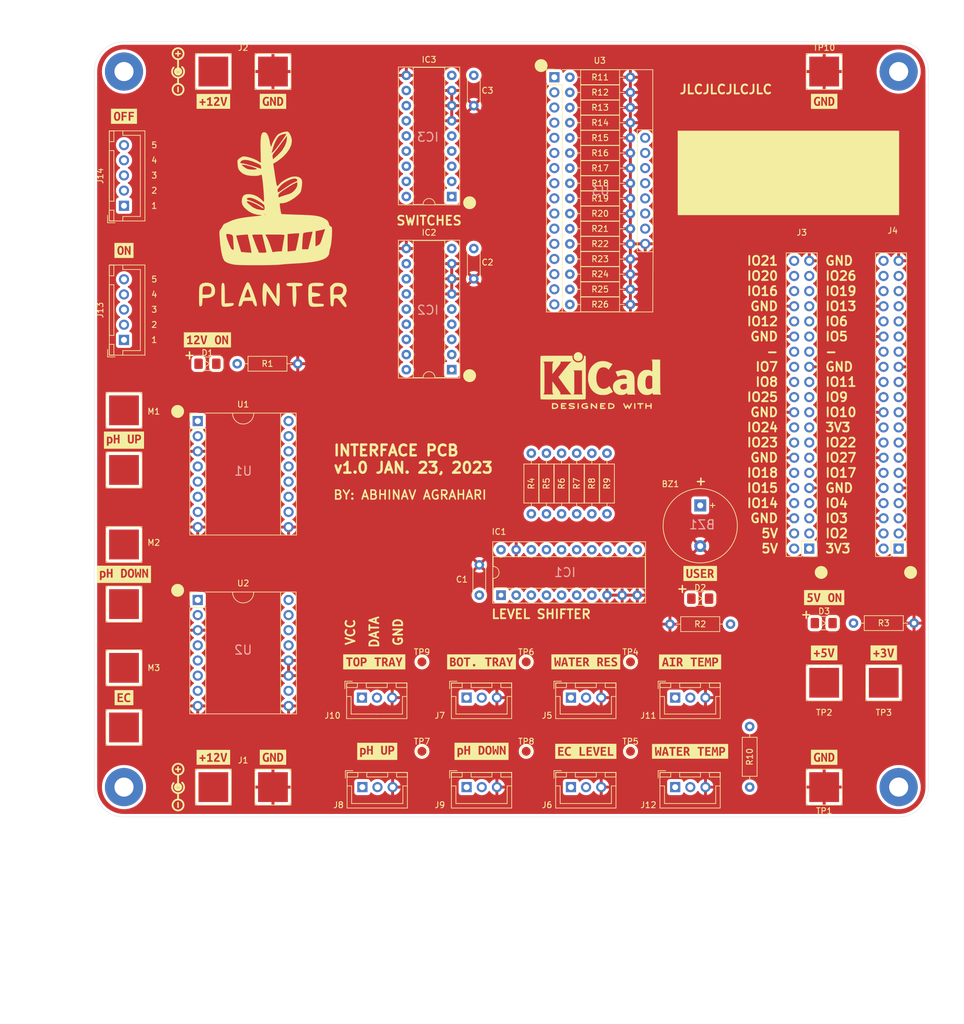
<source format=kicad_pcb>
(kicad_pcb (version 20211014) (generator pcbnew)
  (title_block (title "Interface PCB") (date "2023-01-20") (rev "1") (company "Team 48 - Planter") (comment 4 "By: Abhinav Agrahari"))
  (layers (0 "F.Cu" signal) (31 "B.Cu" signal) (34 "B.Paste" user) (35 "F.Paste" user) (36 "B.SilkS" user "B.Silkscreen") (37 "F.SilkS" user "F.Silkscreen") (38 "B.Mask" user) (39 "F.Mask" user) (44 "Edge.Cuts" user))
  (net 0 "")
  (net 1 "USER_LED_BUZZER")
  (net 2 "GND")
  (net 3 "+3V3")
  (net 4 "+12V")
  (net 5 "Net-(D1-Pad1)")
  (net 6 "Net-(D3-Pad1)")
  (net 7 "+5V")
  (net 8 "LEVEL_WATER")
  (net 9 "LEVEL_PH_UP")
  (net 10 "LEVEL_PH_DOWN")
  (net 11 "LEVEL_EC")
  (net 12 "LEVEL_TRAY_TOP")
  (net 13 "LEVEL_TRAY_BOTTOM")
  (net 16 "Net-(IC1-Pad13)")
  (net 17 "Net-(IC1-Pad14)")
  (net 18 "Net-(IC1-Pad15)")
  (net 19 "Net-(IC1-Pad16)")
  (net 20 "Net-(IC1-Pad17)")
  (net 21 "Net-(IC1-Pad18)")
  (net 22 "OUTLET_1_ON")
  (net 23 "OUTLET_2_ON")
  (net 24 "OUTLET_3_ON")
  (net 25 "OUTLET_4_ON")
  (net 26 "OUTLET_5_ON")
  (net 30 "Net-(IC2-Pad14)")
  (net 31 "Net-(IC2-Pad15)")
  (net 32 "Net-(IC2-Pad16)")
  (net 33 "Net-(IC2-Pad17)")
  (net 34 "Net-(IC2-Pad18)")
  (net 35 "OUTLET_1_OFF")
  (net 36 "OUTLET_2_OFF")
  (net 37 "OUTLET_3_OFF")
  (net 38 "OUTLET_4_OFF")
  (net 39 "OUTLET_5_OFF")
  (net 43 "Net-(IC3-Pad14)")
  (net 44 "Net-(IC3-Pad15)")
  (net 45 "Net-(IC3-Pad16)")
  (net 46 "Net-(IC3-Pad17)")
  (net 47 "Net-(IC3-Pad18)")
  (net 48 "WATER_TEMP")
  (net 49 "MUX_EN")
  (net 50 "MUX_SEL0")
  (net 51 "EN_NUT_2")
  (net 52 "EN_NUT_1")
  (net 53 "LEVEL_WATER_3V3")
  (net 54 "MUX_SEL1")
  (net 55 "MUX_SEL2")
  (net 56 "LEVEL_PH_UP_3V3")
  (net 57 "LEVEL_PH_DOWN_3V3")
  (net 58 "MUX_SEL3")
  (net 59 "LEVEL_EC_3V3")
  (net 60 "EN_DOWN_1")
  (net 61 "EN_DOWN_2")
  (net 62 "ID_SD_UNUSED")
  (net 63 "ID_SC_UNUSED")
  (net 64 "LEVEL_TRAY_TOP_3V3")
  (net 65 "LEVEL_TRAY_BOTTOM_3V3")
  (net 66 "PWM0")
  (net 67 "PWM1")
  (net 68 "GPIO19")
  (net 69 "AIR_TEMP")
  (net 70 "EN_UP_2")
  (net 71 "EN_UP_1")
  (net 72 "Net-(R12-Pad1)")
  (net 73 "Net-(R13-Pad1)")
  (net 74 "Net-(R14-Pad1)")
  (net 75 "Net-(R15-Pad1)")
  (net 76 "Net-(D2-Pad1)")
  (net 79 "/pH Up 1")
  (net 80 "/pH Up 2")
  (net 81 "/pH Down 2")
  (net 82 "/pH Down 1")
  (net 83 "/EC 1")
  (net 84 "/EC 2")
  (net 85 "GPIO2")
  (net 86 "GPIO3")
  (net 87 "Net-(R11-Pad1)")
  (net 88 "Net-(R26-Pad1)")
  (net 89 "GPIO12")
  (footprint "AA_Custom_Components:DIP-18_W7.62mm_Socket_IC" (layer "F.Cu") (at 120 60.96 180)
    (fp_text reference "IC3" (at 3.81 22.96) (layer "F.SilkS"))
    (fp_text value "TBD62783APG")
    (pad "1" thru_hole rect (at 0 0 180) (size 1.6 1.6) (drill 0.8) (layers *.Cu *.Mask) (net 35 "OUTLET_1_OFF"))
    (pad "2" thru_hole oval (at 0 2.54 180) (size 1.6 1.6) (drill 0.8) (layers *.Cu *.Mask) (net 36 "OUTLET_2_OFF"))
    (pad "3" thru_hole oval (at 0 5.08 180) (size 1.6 1.6) (drill 0.8) (layers *.Cu *.Mask) (net 37 "OUTLET_3_OFF"))
    (pad "4" thru_hole oval (at 0 7.62 180) (size 1.6 1.6) (drill 0.8) (layers *.Cu *.Mask) (net 38 "OUTLET_4_OFF"))
    (pad "5" thru_hole oval (at 0 10.16 180) (size 1.6 1.6) (drill 0.8) (layers *.Cu *.Mask) (net 39 "OUTLET_5_OFF"))
    (pad "6" thru_hole oval (at 0 12.7 180) (size 1.6 1.6) (drill 0.8) (layers *.Cu *.Mask) (net 2 "GND"))
    (pad "7" thru_hole oval (at 0 15.24 180) (size 1.6 1.6) (drill 0.8) (layers *.Cu *.Mask) (net 2 "GND"))
    (pad "8" thru_hole oval (at 0 17.78 180) (size 1.6 1.6) (drill 0.8) (layers *.Cu *.Mask) (net 2 "GND"))
    (pad "9" thru_hole oval (at 0 20.32 180) (size 1.6 1.6) (drill 0.8) (layers *.Cu *.Mask) (net 4 "+12V"))
    (pad "10" thru_hole oval (at 7.62 20.32 180) (size 1.6 1.6) (drill 0.8) (layers *.Cu *.Mask) (net 2 "GND"))
    (pad "11" thru_hole oval (at 7.62 17.78 180) (size 1.6 1.6) (drill 0.8) (layers *.Cu *.Mask))
    (pad "12" thru_hole oval (at 7.62 15.24 180) (size 1.6 1.6) (drill 0.8) (layers *.Cu *.Mask))
    (pad "13" thru_hole oval (at 7.62 12.7 180) (size 1.6 1.6) (drill 0.8) (layers *.Cu *.Mask))
    (pad "14" thru_hole oval (at 7.62 10.16 180) (size 1.6 1.6) (drill 0.8) (layers *.Cu *.Mask) (net 43 "Net-(IC3-Pad14)"))
    (pad "15" thru_hole oval (at 7.62 7.62 180) (size 1.6 1.6) (drill 0.8) (layers *.Cu *.Mask) (net 44 "Net-(IC3-Pad15)"))
    (pad "16" thru_hole oval (at 7.62 5.08 180) (size 1.6 1.6) (drill 0.8) (layers *.Cu *.Mask) (net 45 "Net-(IC3-Pad16)"))
    (pad "17" thru_hole oval (at 7.62 2.54 180) (size 1.6 1.6) (drill 0.8) (layers *.Cu *.Mask) (net 46 "Net-(IC3-Pad17)"))
    (pad "18" thru_hole oval (at 7.62 0 180) (size 1.6 1.6) (drill 0.8) (layers *.Cu *.Mask) (net 47 "Net-(IC3-Pad18)"))
  )
  (footprint "kibuzzard-63CB8656" (layer "F.Cu") (at 192.5 137.5)
    (fp_text reference "kibuzzard-63CB8656" hide)
    (fp_text value "G***" hide)
  )
  (footprint "AA_Custom_Components:Buzzer_Generic_D12.2mm_H6.5mm" (layer "F.Cu") (at 161.7 112.76 -90)
    (fp_text reference "BZ1" (at -3.59 5 180) (layer "F.SilkS"))
    (fp_text value "Buzzer")
    (fp_text user "+" (at -4 0 90) (layer "F.SilkS") (effects (font (size 1.5 1.5) (thickness 0.25))))
    (fp_text user "+" (at 0 -2 90) (layer "F.SilkS"))
    (pad "1" thru_hole rect (at 0 0 270) (size 2 2) (drill 1) (layers *.Cu *.Mask) (net 1 "USER_LED_BUZZER"))
    (pad "2" thru_hole circle (at 6.82 0 270) (size 2 2) (drill 1) (layers *.Cu *.Mask) (net 2 "GND"))
  )
  (footprint "TestPoint:TestPoint_Pad_D1.5mm" (layer "F.Cu") (at 132.5 139)
    (fp_text reference "TP6" (at 0 -1.648) (layer "F.SilkS"))
    (fp_text value "PAD")
    (pad "1" smd circle (at 0 0) (size 1.5 1.5) (layers "F.Cu" "F.Mask") (net 13 "LEVEL_TRAY_BOTTOM"))
  )
  (footprint "AA_Custom_Components:R_SS_Axial_DIN0207_L6.3mm_D2.5mm_P10.16mm_Horizontal" (layer "F.Cu") (at 139.82 61.28)
    (fp_text reference "R19" (at 5.08 0) (layer "F.SilkS"))
    (fp_text value "10k")
    (pad "1" thru_hole circle (at 0 0) (size 1.6 1.6) (drill 0.8) (layers *.Cu *.Mask) (net 36 "OUTLET_2_OFF"))
    (pad "2" thru_hole oval (at 10.16 0) (size 1.6 1.6) (drill 0.8) (layers *.Cu *.Mask) (net 2 "GND"))
  )
  (footprint "AA_Custom_Components:R_SS_Axial_DIN0207_L6.3mm_D2.5mm_P10.16mm_Horizontal" (layer "F.Cu") (at 187.42 132.5)
    (fp_text reference "R3" (at 5.08 0) (layer "F.SilkS"))
    (fp_text value "220")
    (pad "1" thru_hole circle (at 0 0) (size 1.6 1.6) (drill 0.8) (layers *.Cu *.Mask) (net 6 "Net-(D3-Pad1)"))
    (pad "2" thru_hole oval (at 10.16 0) (size 1.6 1.6) (drill 0.8) (layers *.Cu *.Mask) (net 2 "GND"))
  )
  (footprint "AA_Custom_Components:R_SS_Axial_DIN0207_L6.3mm_D2.5mm_P10.16mm_Horizontal" (layer "F.Cu") (at 143.515 104.01 -90)
    (fp_text reference "R8" (at 5.08 0 90) (layer "F.SilkS"))
    (fp_text value "220")
    (pad "1" thru_hole circle (at 0 0 270) (size 1.6 1.6) (drill 0.8) (layers *.Cu *.Mask) (net 53 "LEVEL_WATER_3V3"))
    (pad "2" thru_hole oval (at 10.16 0 270) (size 1.6 1.6) (drill 0.8) (layers *.Cu *.Mask) (net 17 "Net-(IC1-Pad14)"))
  )
  (footprint "AA_Custom_Components:LED_SS_1206_3216Metric_Pad1.42x1.75mm_HandSolder" (layer "F.Cu") (at 182.42 132.5)
    (fp_text reference "D3" (at 0.08 -2) (layer "F.SilkS"))
    (fp_text value "5V_ON")
    (fp_text user "+" (at -2.92 -1.5 unlocked) (layer "F.SilkS") (effects (font (size 1.5 1.5) (thickness 0.25))))
    (pad "1" smd roundrect (at 1.4875 0) (size 1.425 1.75) (layers "F.Cu" "F.Paste" "F.Mask") (roundrect_rratio 0.175439) (net 6 "Net-(D3-Pad1)"))
    (pad "2" smd roundrect (at -1.4875 0) (size 1.425 1.75) (layers "F.Cu" "F.Paste" "F.Mask") (roundrect_rratio 0.175439) (net 7 "+5V"))
  )
  (footprint "AA_Custom_Components:TB6612FNG_Breakout" (layer "F.Cu") (at 85 107.5)
    (fp_text reference "U1" (at 0 -11.684) (layer "F.SilkS"))
    (fp_text value "TB6612FNG_BREAKOUT")
    (pad "1" thru_hole rect (at -7.62 -8.89) (size 1.7 1.7) (drill 1) (layers *.Cu *.Mask) (net 4 "+12V"))
    (pad "2" thru_hole oval (at -7.62 -6.35) (size 1.7 1.7) (drill 1) (layers *.Cu *.Mask) (net 3 "+3V3"))
    (pad "3" thru_hole oval (at -7.62 -3.81) (size 1.7 1.7) (drill 1) (layers *.Cu *.Mask) (net 2 "GND"))
    (pad "4" thru_hole oval (at -7.62 -1.27) (size 1.7 1.7) (drill 1) (layers *.Cu *.Mask) (net 79 "/pH Up 1"))
    (pad "5" thru_hole oval (at -7.62 1.27) (size 1.7 1.7) (drill 1) (layers *.Cu *.Mask) (net 80 "/pH Up 2"))
    (pad "6" thru_hole oval (at -7.62 3.81) (size 1.7 1.7) (drill 1) (layers *.Cu *.Mask) (net 81 "/pH Down 2"))
    (pad "7" thru_hole oval (at -7.62 6.35) (size 1.7 1.7) (drill 1) (layers *.Cu *.Mask) (net 82 "/pH Down 1"))
    (pad "8" thru_hole oval (at -7.62 8.89) (size 1.7 1.7) (drill 1) (layers *.Cu *.Mask) (net 2 "GND"))
    (pad "9" thru_hole circle (at 7.62 -8.89) (size 1.7 1.7) (drill 1) (layers *.Cu *.Mask) (net 67 "PWM1"))
    (pad "10" thru_hole oval (at 7.62 -6.35) (size 1.7 1.7) (drill 1) (layers *.Cu *.Mask) (net 70 "EN_UP_2"))
    (pad "11" thru_hole oval (at 7.62 -3.81) (size 1.7 1.7) (drill 1) (layers *.Cu *.Mask) (net 71 "EN_UP_1"))
    (pad "12" thru_hole oval (at 7.62 -1.27) (size 1.7 1.7) (drill 1) (layers *.Cu *.Mask) (net 3 "+3V3"))
    (pad "13" thru_hole oval (at 7.62 1.27) (size 1.7 1.7) (drill 1) (layers *.Cu *.Mask) (net 60 "EN_DOWN_1"))
    (pad "14" thru_hole oval (at 7.62 3.81) (size 1.7 1.7) (drill 1) (layers *.Cu *.Mask) (net 61 "EN_DOWN_2"))
    (pad "15" thru_hole oval (at 7.62 6.35) (size 1.7 1.7) (drill 1) (layers *.Cu *.Mask) (net 67 "PWM1"))
    (pad "16" thru_hole oval (at 7.62 8.89) (size 1.7 1.7) (drill 1) (layers *.Cu *.Mask) (net 2 "GND"))
  )
  (footprint "kibuzzard-63CB8107" (layer "F.Cu") (at 107.5 154)
    (fp_text reference "kibuzzard-63CB8107" hide)
    (fp_text value "G***" hide)
  )
  (footprint "MountingHole:MountingHole_3.2mm_M3_Pad" (layer "F.Cu") (at 65 160)
    (fp_text reference "H3")
    (fp_text value "MountingHole")
    (pad "1" thru_hole circle (at 0 0) (size 6.4 6.4) (drill 3.2) (layers *.Cu *.Mask))
  )
  (footprint "AA_Custom_Components:R_SS_Axial_DIN0207_L6.3mm_D2.5mm_P10.16mm_Horizontal" (layer "F.Cu") (at 166.78 132.67 180)
    (fp_text reference "R2" (at 5.08 0) (layer "F.SilkS"))
    (fp_text value "22")
    (pad "1" thru_hole circle (at 0 0 180) (size 1.6 1.6) (drill 0.8) (layers *.Cu *.Mask) (net 76 "Net-(D2-Pad1)"))
    (pad "2" thru_hole oval (at 10.16 0 180) (size 1.6 1.6) (drill 0.8) (layers *.Cu *.Mask) (net 2 "GND"))
  )
  (footprint "AA_Custom_Components:R_SS_Axial_DIN0207_L6.3mm_D2.5mm_P10.16mm_Horizontal" (layer "F.Cu") (at 139.82 76.52)
    (fp_text reference "R25" (at 5.08 0) (layer "F.SilkS"))
    (fp_text value "10k")
    (pad "1" thru_hole circle (at 0 0) (size 1.6 1.6) (drill 0.8) (layers *.Cu *.Mask) (net 22 "OUTLET_1_ON"))
    (pad "2" thru_hole oval (at 10.16 0) (size 1.6 1.6) (drill 0.8) (layers *.Cu *.Mask) (net 2 "GND"))
  )
  (footprint "AA_Custom_Components:PowerPad_Pair_5.0x5.0mm" (layer "F.Cu") (at 85 40)
    (fp_text reference "J2" (at 0 -4) (layer "F.SilkS"))
    (fp_text value "BARREL_JACK_PAD")
    (pad "1" smd rect (at -5 0) (size 5 5) (layers "F.Cu" "F.Paste" "F.Mask") (net 4 "+12V"))
    (pad "2" smd rect (at 5 0) (size 5 5) (layers "F.Cu" "F.Paste" "F.Mask") (net 2 "GND"))
  )
  (footprint "AA_Custom_Components:C_Ceramic_Disc_D4.3mm_W1.9mm_P5.08mm" (layer "F.Cu") (at 123.7 40.64 -90)
    (fp_text reference "C3" (at 2.54 -2.3 180) (layer "F.SilkS"))
    (fp_text value "100nF")
    (pad "1" thru_hole circle (at 0 0 270) (size 1.6 1.6) (drill 0.8) (layers *.Cu *.Mask) (net 4 "+12V"))
    (pad "2" thru_hole circle (at 5.08 0 270) (size 1.6 1.6) (drill 0.8) (layers *.Cu *.Mask) (net 2 "GND"))
  )
  (footprint "kibuzzard-63CB813E" (layer "F.Cu") (at 160 154)
    (fp_text reference "kibuzzard-63CB813E" hide)
    (fp_text value "G***" hide)
  )
  (footprint "AA_Custom_Components:TestPoint_Pad_5.0x5.0mm" (layer "F.Cu") (at 182.5 160)
    (fp_text reference "TP1" (at 0 4) (layer "F.SilkS"))
    (fp_text value "GND_PAD")
    (pad "1" smd rect (at 0 0) (size 5 5) (layers "F.Cu" "F.Paste" "F.Mask") (net 2 "GND"))
  )
  (footprint "AA_Custom_Components:R_SS_Axial_DIN0207_L6.3mm_D2.5mm_P10.16mm_Horizontal" (layer "F.Cu") (at 139.82 43.5)
    (fp_text reference "R12" (at 5.08 0) (layer "F.SilkS"))
    (fp_text value "10k")
    (pad "1" thru_hole circle (at 0 0) (size 1.6 1.6) (drill 0.8) (layers *.Cu *.Mask) (net 72 "Net-(R12-Pad1)"))
    (pad "2" thru_hole oval (at 10.16 0) (size 1.6 1.6) (drill 0.8) (layers *.Cu *.Mask) (net 2 "GND"))
  )
  (footprint "AA_Custom_Components:R_SS_Axial_DIN0207_L6.3mm_D2.5mm_P10.16mm_Horizontal" (layer "F.Cu") (at 139.82 46.04)
    (fp_text reference "R13" (at 5.08 0) (layer "F.SilkS"))
    (fp_text value "10k")
    (pad "1" thru_hole circle (at 0 0) (size 1.6 1.6) (drill 0.8) (layers *.Cu *.Mask) (net 73 "Net-(R13-Pad1)"))
    (pad "2" thru_hole oval (at 10.16 0) (size 1.6 1.6) (drill 0.8) (layers *.Cu *.Mask) (net 2 "GND"))
  )
  (footprint "AA_Custom_Components:JST_XH_1x03_P2.54mm_Vertical" (layer "F.Cu") (at 157.5 145)
    (fp_text reference "J11" (at -4.5 3) (layer "F.SilkS"))
    (fp_text value "TEMPERATURE_SENSOR")
    (pad "1" thru_hole rect (at 0 0 90) (size 1.7 1.7) (drill 1) (layers *.Cu *.Mask) (net 3 "+3V3"))
    (pad "2" thru_hole oval (at 2.54 0 90) (size 1.7 1.7) (drill 1) (layers *.Cu *.Mask) (net 69 "AIR_TEMP"))
    (pad "3" thru_hole oval (at 5.08 0 90) (size 1.7 1.7) (drill 1) (layers *.Cu *.Mask) (net 2 "GND"))
  )
  (footprint "AA_Custom_Components:JST_XH_1x05_P2.54mm_Vertical" (layer "F.Cu") (at 65 62.5 90)
    (fp_text reference "J14" (at 5 -4 90) (layer "F.SilkS"))
    (fp_text value "CONN_05JST")
    (pad "1" thru_hole rect (at 0 0 180) (size 1.7 1.7) (drill 1) (layers *.Cu *.Mask) (net 47 "Net-(IC3-Pad18)"))
    (pad "2" thru_hole oval (at 2.54 0 180) (size 1.7 1.7) (drill 1) (layers *.Cu *.Mask) (net 46 "Net-(IC3-Pad17)"))
    (pad "3" thru_hole oval (at 5.08 0 180) (size 1.7 1.7) (drill 1) (layers *.Cu *.Mask) (net 45 "Net-(IC3-Pad16)"))
    (pad "4" thru_hole oval (at 7.62 0 180) (size 1.7 1.7) (drill 1) (layers *.Cu *.Mask) (net 44 "Net-(IC3-Pad15)"))
    (pad "5" thru_hole oval (at 10.16 0 180) (size 1.7 1.7) (drill 1) (layers *.Cu *.Mask) (net 43 "Net-(IC3-Pad14)"))
  )
  (footprint "AA_Custom_Components:TestPoint_Pad_5.0x5.0mm" (layer "F.Cu") (at 192.5 142.5)
    (fp_text reference "TP3" (at 0 5) (layer "F.SilkS"))
    (fp_text value "3.3V_PAD")
    (pad "1" smd rect (at 0 0) (size 5 5) (layers "F.Cu" "F.Paste" "F.Mask") (net 3 "+3V3"))
  )
  (footprint "kibuzzard-63CB8663" (layer "F.Cu") (at 182.5 155)
    (fp_text reference "kibuzzard-63CB8663" hide)
    (fp_text value "G***" hide)
  )
  (footprint "AA_Custom_Components:R_SS_Axial_DIN0207_L6.3mm_D2.5mm_P10.16mm_Horizontal" (layer "F.Cu") (at 135.895 104.01 -90)
    (fp_text reference "R5" (at 5.08 0 90) (layer "F.SilkS"))
    (fp_text value "220")
    (pad "1" thru_hole circle (at 0 0 270) (size 1.6 1.6) (drill 0.8) (layers *.Cu *.Mask) (net 56 "LEVEL_PH_UP_3V3"))
    (pad "2" thru_hole oval (at 10.16 0 270) (size 1.6 1.6) (drill 0.8) (layers *.Cu *.Mask) (net 20 "Net-(IC1-Pad17)"))
  )
  (footprint "AA_Custom_Components:PowerPad_Pair_5.0x5.0mm" (layer "F.Cu") (at 65 101.813238 -90)
    (fp_text reference "M1" (at -4.813238 -5) (layer "F.SilkS"))
    (fp_text value "PERISTALTIC_PUMP")
    (pad "1" smd rect (at -5 0 270) (size 5 5) (layers "F.Cu" "F.Paste" "F.Mask") (net 79 "/pH Up 1"))
    (pad "2" smd rect (at 5 0 270) (size 5 5) (layers "F.Cu" "F.Paste" "F.Mask") (net 80 "/pH Up 2"))
  )
  (footprint "kibuzzard-63CB87CD" (layer "F.Cu") (at 65 47.5)
    (fp_text reference "kibuzzard-63CB87CD" hide)
    (fp_text value "G***" hide)
  )
  (footprint "AA_Custom_Components:CD74HC4067_MUX_BREAKOUT" (layer "F.Cu") (at 144.84 60)
    (fp_text reference "U3" (at 0 -21.844) (layer "F.SilkS"))
    (fp_text value "CD74HC4067_MUX_BREAKOUT")
    (pad "1" thru_hole rect (at -7.62 -19.05) (size 1.7 1.7) (drill 1) (layers *.Cu *.Mask) (net 87 "Net-(R11-Pad1)"))
    (pad "2" thru_hole oval (at -7.62 -16.51) (size 1.7 1.7) (drill 1) (layers *.Cu *.Mask) (net 72 "Net-(R12-Pad1)"))
    (pad "3" thru_hole oval (at -7.62 -13.97) (size 1.7 1.7) (drill 1) (layers *.Cu *.Mask) (net 73 "Net-(R13-Pad1)"))
    (pad "4" thru_hole oval (at -7.62 -11.43) (size 1.7 1.7) (drill 1) (layers *.Cu *.Mask) (net 74 "Net-(R14-Pad1)"))
    (pad "5" thru_hole oval (at -7.62 -8.89) (size 1.7 1.7) (drill 1) (layers *.Cu *.Mask) (net 75 "Net-(R15-Pad1)"))
    (pad "6" thru_hole oval (at -7.62 -6.35) (size 1.7 1.7) (drill 1) (layers *.Cu *.Mask) (net 39 "OUTLET_5_OFF"))
    (pad "7" thru_hole oval (at -7.62 -3.81) (size 1.7 1.7) (drill 1) (layers *.Cu *.Mask) (net 38 "OUTLET_4_OFF"))
    (pad "8" thru_hole oval (at -7.62 -1.27) (size 1.7 1.7) (drill 1) (layers *.Cu *.Mask) (net 37 "OUTLET_3_OFF"))
    (pad "9" thru_hole oval (at -7.62 1.27) (size 1.7 1.7) (drill 1) (layers *.Cu *.Mask) (net 36 "OUTLET_2_OFF"))
    (pad "10" thru_hole oval (at -7.62 3.81) (size 1.7 1.7) (drill 1) (layers *.Cu *.Mask) (net 35 "OUTLET_1_OFF"))
    (pad "11" thru_hole oval (at -7.62 6.35) (size 1.7 1.7) (drill 1) (layers *.Cu *.Mask) (net 26 "OUTLET_5_ON"))
    (pad "12" thru_hole oval (at -7.62 8.89) (size 1.7 1.7) (drill 1) (layers *.Cu *.Mask) (net 25 "OUTLET_4_ON"))
    (pad "13" thru_hole oval (at -7.62 11.43) (size 1.7 1.7) (drill 1) (layers *.Cu *.Mask) (net 24 "OUTLET_3_ON"))
    (pad "14" thru_hole oval (at -7.62 13.97) (size 1.7 1.7) (drill 1) (layers *.Cu *.Mask) (net 23 "OUTLET_2_ON"))
    (pad "15" thru_hole oval (at -7.62 16.51) (size 1.7 1.7) (drill 1) (layers *.Cu *.Mask) (net 22 "OUTLET_1_ON"))
    (pad "16" thru_hole oval (at -7.62 19.05) (size 1.7 1.7) (drill 1) (layers *.Cu *.Mask) (net 88 "Net-(R26-Pad1)"))
    (pad "17" thru_hole oval (at 7.62 8.89) (size 1.7 1.7) (drill 1) (layers *.Cu *.Mask) (net 2 "GND"))
    (pad "18" thru_hole oval (at 7.62 6.35) (size 1.7 1.7) (drill 1) (layers *.Cu *.Mask) (net 3 "+3V3"))
    (pad "19" thru_hole oval (at 7.62 3.81) (size 1.7 1.7) (drill 1) (layers *.Cu *.Mask) (net 49 "MUX_EN"))
    (pad "20" thru_hole oval (at 7.62 1.27) (size 1.7 1.7) (drill 1) (layers *.Cu *.Mask) (net 50 "MUX_SEL0"))
    (pad "21" thru_hole oval (at 7.62 -1.27) (size 1.7 1.7) (drill 1) (layers *.Cu *.Mask) (net 54 "MUX_SEL1"))
    (pad "22" thru_hole oval (at 7.62 -3.81) (size 1.7 1.7) (drill 1) (layers *.Cu *.Mask) (net 55 "MUX_SEL2"))
    (pad "23" thru_hole oval (at 7.62 -6.35) (size 1.7 1.7) (drill 1) (layers *.Cu *.Mask) (net 58 "MUX_SEL3"))
    (pad "24" thru_hole circle (at 7.62 -8.89) (size 1.7 1.7) (drill 1) (layers *.Cu *.Mask) (net 3 "+3V3"))
  )
  (footprint "AA_Custom_Components:JST_XH_1x03_P2.54mm_Vertical" (layer "F.Cu") (at 105 160)
    (fp_text reference "J8" (at -4 3) (layer "F.SilkS"))
    (fp_text value "LEVEL_SENSOR")
    (pad "1" thru_hole rect (at 0 0 90) (size 1.7 1.7) (drill 1) (layers *.Cu *.Mask) (net 7 "+5V"))
    (pad "2" thru_hole oval (at 2.54 0 90) (size 1.7 1.7) (drill 1) (layers *.Cu *.Mask) (net 9 "LEVEL_PH_UP"))
    (pad "3" thru_hole oval (at 5.08 0 90) (size 1.7 1.7) (drill 1) (layers *.Cu *.Mask) (net 2 "GND"))
  )
  (footprint "Interface-PCB:PLANTER_LOGO_30MM_SILKSCREEN" (layer "F.Cu") (at 90 65)
    (fp_text reference "G1" (at 0 0) (layer "F.SilkS") (effects (font (size 1.524 1.524) (thickness 0.3))))
    (fp_text value "PLANTER_LOGO_8mm" hide)
  )
  (footprint "kibuzzard-63CB83FB" (layer "F.Cu") (at 182.5 128.22)
    (fp_text reference "kibuzzard-63CB83FB" hide)
    (fp_text value "G***" hide)
  )
  (footprint "MountingHole:MountingHole_3.2mm_M3_Pad" (layer "F.Cu") (at 65 40)
    (fp_text reference "H1")
    (fp_text value "MountingHole")
    (pad "1" thru_hole circle (at 0 0) (size 6.4 6.4) (drill 3.2) (layers *.Cu *.Mask))
  )
  (footprint "AA_Custom_Components:DIP-18_W7.62mm_Socket_IC" (layer "F.Cu") (at 120 90 180)
    (fp_text reference "IC2" (at 3.81 23) (layer "F.SilkS"))
    (fp_text value "TBD62783APG")
    (pad "1" thru_hole rect (at 0 0 180) (size 1.6 1.6) (drill 0.8) (layers *.Cu *.Mask) (net 22 "OUTLET_1_ON"))
    (pad "2" thru_hole oval (at 0 2.54 180) (size 1.6 1.6) (drill 0.8) (layers *.Cu *.Mask) (net 23 "OUTLET_2_ON"))
    (pad "3" thru_hole oval (at 0 5.08 180) (size 1.6 1.6) (drill 0.8) (layers *.Cu *.Mask) (net 24 "OUTLET_3_ON"))
    (pad "4" thru_hole oval (at 0 7.62 180) (size 1.6 1.6) (drill 0.8) (layers *.Cu *.Mask) (net 25 "OUTLET_4_ON"))
    (pad "5" thru_hole oval (at 0 10.16 180) (size 1.6 1.6) (drill 0.8) (layers *.Cu *.Mask) (net 26 "OUTLET_5_ON"))
    (pad "6" thru_hole oval (at 0 12.7 180) (size 1.6 1.6) (drill 0.8) (layers *.Cu *.Mask) (net 2 "GND"))
    (pad "7" thru_hole oval (at 0 15.24 180) (size 1.6 1.6) (drill 0.8) (layers *.Cu *.Mask) (net 2 "GND"))
    (pad "8" thru_hole oval (at 0 17.78 180) (size 1.6 1.6) (drill 0.8) (layers *.Cu *.Mask) (net 2 "GND"))
    (pad "9" thru_hole oval (at 0 20.32 180) (size 1.6 1.6) (drill 0.8) (layers *.Cu *.Mask) (net 4 "+12V"))
    (pad "10" thru_hole oval (at 7.62 20.32 180) (size 1.6 1.6) (drill 0.8) (layers *.Cu *.Mask) (net 2 "GND"))
    (pad "11" thru_hole oval (at 7.62 17.78 180) (size 1.6 1.6) (drill 0.8) (layers *.Cu *.Mask))
    (pad "12" thru_hole oval (at 7.62 15.24 180) (size 1.6 1.6) (drill 0.8) (layers *.Cu *.Mask))
    (pad "13" thru_hole oval (at 7.62 12.7 180) (size 1.6 1.6) (drill 0.8) (layers *.Cu *.Mask))
    (pad "14" thru_hole oval (at 7.62 10.16 180) (size 1.6 1.6) (drill 0.8) (layers *.Cu *.Mask) (net 30 "Net-(IC2-Pad14)"))
    (pad "15" thru_hole oval (at 7.62 7.62 180) (size 1.6 1.6) (drill 0.8) (layers *.Cu *.Mask) (net 31 "Net-(IC2-Pad15)"))
    (pad "16" thru_hole oval (at 7.62 5.08 180) (size 1.6 1.6) (drill 0.8) (layers *.Cu *.Mask) (net 32 "Net-(IC2-Pad16)"))
    (pad "17" thru_hole oval (at 7.62 2.54 180) (size 1.6 1.6) (drill 0.8) (layers *.Cu *.Mask) (net 33 "Net-(IC2-Pad17)"))
    (pad "18" thru_hole oval (at 7.62 0 180) (size 1.6 1.6) (drill 0.8) (layers *.Cu *.Mask) (net 34 "Net-(IC2-Pad18)"))
  )
  (footprint "AA_Custom_Components:PowerPad_Pair_5.0x5.0mm" (layer "F.Cu") (at 65 124.313238 -90)
    (fp_text reference "M2" (at -5.313238 -5) (layer "F.SilkS"))
    (fp_text value "PERISTALTIC_PUMP")
    (pad "1" smd rect (at -5 0 270) (size 5 5) (layers "F.Cu" "F.Paste" "F.Mask") (net 81 "/pH Down 2"))
    (pad "2" smd rect (at 5 0 270) (size 5 5) (layers "F.Cu" "F.Paste" "F.Mask") (net 82 "/pH Down 1"))
  )
  (footprint "AA_Custom_Components:R_SS_Axial_DIN0207_L6.3mm_D2.5mm_P10.16mm_Horizontal" (layer "F.Cu") (at 139.82 71.44)
    (fp_text reference "R23" (at 5.08 0) (layer "F.SilkS"))
    (fp_text value "10k")
    (pad "1" thru_hole circle (at 0 0) (size 1.6 1.6) (drill 0.8) (layers *.Cu *.Mask) (net 24 "OUTLET_3_ON"))
    (pad "2" thru_hole oval (at 10.16 0) (size 1.6 1.6) (drill 0.8) (layers *.Cu *.Mask) (net 2 "GND"))
  )
  (footprint "TestPoint:TestPoint_Pad_D1.5mm" (layer "F.Cu") (at 150 139)
    (fp_text reference "TP4" (at 0 -1.648) (layer "F.SilkS"))
    (fp_text value "PAD")
    (pad "1" smd circle (at 0 0) (size 1.5 1.5) (layers "F.Cu" "F.Mask") (net 8 "LEVEL_WATER"))
  )
  (footprint "kibuzzard-63CB8663" (layer "F.Cu") (at 90 155)
    (fp_text reference "kibuzzard-63CB8663" hide)
    (fp_text value "G***" hide)
  )
  (footprint "Symbol:KiCad-Logo2_8mm_SilkScreen" (layer "F.Cu") (at 145 91)
    (fp_text reference "N3" hide)
    (fp_text value "KiCad" hide)
  )
  (footprint "AA_Custom_Components:JST_XH_1x03_P2.54mm_Vertical" (layer "F.Cu") (at 104.92 145)
    (fp_text reference "J10" (at -4.92 3) (layer "F.SilkS"))
    (fp_text value "LEVEL_SENSOR")
    (pad "1" thru_hole rect (at 0 0 90) (size 1.7 1.7) (drill 1) (layers *.Cu *.Mask) (net 7 "+5V"))
    (pad "2" thru_hole oval (at 2.54 0 90) (size 1.7 1.7) (drill 1) (layers *.Cu *.Mask) (net 12 "LEVEL_TRAY_TOP"))
    (pad "3" thru_hole oval (at 5.08 0 90) (size 1.7 1.7) (drill 1) (layers *.Cu *.Mask) (net 2 "GND"))
  )
  (footprint "AA_Custom_Components:R_SS_Axial_DIN0207_L6.3mm_D2.5mm_P10.16mm_Horizontal" (layer "F.Cu") (at 139.82 51.12)
    (fp_text reference "R15" (at 5.08 0) (layer "F.SilkS"))
    (fp_text value "10k")
    (pad "1" thru_hole circle (at 0 0) (size 1.6 1.6) (drill 0.8) (layers *.Cu *.Mask) (net 75 "Net-(R15-Pad1)"))
    (pad "2" thru_hole oval (at 10.16 0) (size 1.6 1.6) (drill 0.8) (layers *.Cu *.Mask) (net 2 "GND"))
  )
  (footprint "kibuzzard-63CB811C" (layer "F.Cu") (at 107 139)
    (fp_text reference "kibuzzard-63CB811C" hide)
    (fp_text value "G***" hide)
  )
  (footprint "AA_Custom_Components:JST_XH_1x03_P2.54mm_Vertical" (layer "F.Cu") (at 122.5 160)
    (fp_text reference "J9" (at -4.5 3) (layer "F.SilkS"))
    (fp_text value "LEVEL_SENSOR")
    (pad "1" thru_hole rect (at 0 0 90) (size 1.7 1.7) (drill 1) (layers *.Cu *.Mask) (net 7 "+5V"))
    (pad "2" thru_hole oval (at 2.54 0 90) (size 1.7 1.7) (drill 1) (layers *.Cu *.Mask) (net 10 "LEVEL_PH_DOWN"))
    (pad "3" thru_hole oval (at 5.08 0 90) (size 1.7 1.7) (drill 1) (layers *.Cu *.Mask) (net 2 "GND"))
  )
  (footprint "kibuzzard-63CB80E4" (layer "F.Cu") (at 142.5 154)
    (fp_text reference "kibuzzard-63CB80E4" hide)
    (fp_text value "G***" hide)
  )
  (footprint "AA_Custom_Components:Polarity_Center_Positive_7.5mm_SilkScreen" (layer "F.Cu") (at 74 160 90)
    (fp_text reference "N2" hide)
    (fp_text value "CENTER_POS")
    (fp_text user "+" (at 3 0 90 unlocked) (layer "F.SilkS") (effects (font (thickness 0.25))))
    (fp_text user "-" (at -3 0 90 unlocked) (layer "F.SilkS") (effects (font (thickness 0.25))))
  )
  (footprint "AA_Custom_Components:TestPoint_Pad_5.0x5.0mm" (layer "F.Cu") (at 182.5 142.5)
    (fp_text reference "TP2" (at 0 5) (layer "F.SilkS"))
    (fp_text value "5V_PAD")
    (pad "1" smd rect (at 0 0) (size 5 5) (layers "F.Cu" "F.Paste" "F.Mask") (net 7 "+5V"))
  )
  (footprint "kibuzzard-63CC71CC" (layer "F.Cu") (at 65 124.313238)
    (fp_text reference "kibuzzard-63CC71CC" hide)
    (fp_text value "G***" hide)
  )
  (footprint "AA_Custom_Components:LED_SS_1206_3216Metric_Pad1.42x1.75mm_HandSolder" (layer "F.Cu") (at 79 89)
    (fp_text reference "D1" (at 0 -1.82) (layer "F.SilkS"))
    (fp_text value "12V_ON")
    (fp_text user "+" (at -3 -1.5 unlocked) (layer "F.SilkS") (effects (font (size 1.5 1.5) (thickness 0.25))))
    (pad "1" smd roundrect (at 1.4875 0) (size 1.425 1.75) (layers "F.Cu" "F.Paste" "F.Mask") (roundrect_rratio 0.175439) (net 5 "Net-(D1-Pad1)"))
    (pad "2" smd roundrect (at -1.4875 0) (size 1.425 1.75) (layers "F.Cu" "F.Paste" "F.Mask") (roundrect_rratio 0.175439) (net 4 "+12V"))
  )
  (footprint "kibuzzard-63CB8123" (layer "F.Cu") (at 125 154)
    (fp_text reference "kibuzzard-63CB8123" hide)
    (fp_text value "G***" hide)
  )
  (footprint "AA_Custom_Components:R_SS_Axial_DIN0207_L6.3mm_D2.5mm_P10.16mm_Horizontal" (layer "F.Cu") (at 139.82 66.36)
    (fp_text reference "R21" (at 5.08 0) (layer "F.SilkS"))
    (fp_text value "10k")
    (pad "1" thru_hole circle (at 0 0) (size 1.6 1.6) (drill 0.8) (layers *.Cu *.Mask) (net 26 "OUTLET_5_ON"))
    (pad "2" thru_hole oval (at 10.16 0) (size 1.6 1.6) (drill 0.8) (layers *.Cu *.Mask) (net 2 "GND"))
  )
  (footprint "kibuzzard-63CB8663" (layer "F.Cu") (at 90 45)
    (fp_text reference "kibuzzard-63CB8663" hide)
    (fp_text value "G***" hide)
  )
  (footprint "TestPoint:TestPoint_Pad_D1.5mm" (layer "F.Cu") (at 115 139)
    (fp_text reference "TP9" (at 0 -1.648) (layer "F.SilkS"))
    (fp_text value "PAD")
    (pad "1" smd circle (at 0 0) (size 1.5 1.5) (layers "F.Cu" "F.Mask") (net 12 "LEVEL_TRAY_TOP"))
  )
  (footprint "kibuzzard-63CB8136" (layer "F.Cu") (at 160 139)
    (fp_text reference "kibuzzard-63CB8136" hide)
    (fp_text value "G***" hide)
  )
  (footprint "TestPoint:TestPoint_Pad_D1.5mm" (layer "F.Cu") (at 115 154)
    (fp_text reference "TP7" (at 0 -1.648) (layer "F.SilkS"))
    (fp_text value "PAD")
    (pad "1" smd circle (at 0 0) (size 1.5 1.5) (layers "F.Cu" "F.Mask") (net 9 "LEVEL_PH_UP"))
  )
  (footprint "kibuzzard-63CB8663" (layer "F.Cu") (at 182.5 45)
    (fp_text reference "kibuzzard-63CB8663" hide)
    (fp_text value "G***" hide)
  )
  (footprint "TestPoint:TestPoint_Pad_D1.5mm" (layer "F.Cu") (at 132.5 154)
    (fp_text reference "TP8" (at 0 -1.648) (layer "F.SilkS"))
    (fp_text value "PAD")
    (pad "1" smd circle (at 0 0) (size 1.5 1.5) (layers "F.Cu" "F.Mask") (net 10 "LEVEL_PH_DOWN"))
  )
  (footprint "kibuzzard-63CB8107" (layer "F.Cu") (at 65 101.813238)
    (fp_text reference "kibuzzard-63CB8107" hide)
    (fp_text value "G***" hide)
  )
  (footprint "kibuzzard-63CB856E" (layer "F.Cu") (at 65 145)
    (fp_text reference "kibuzzard-63CB856E" hide)
    (fp_text value "G***" hide)
  )
  (footprint "kibuzzard-63CC577E" (layer "F.Cu") (at 79 85)
    (fp_text reference "kibuzzard-63CC577E" hide)
    (fp_text value "G***" hide)
  )
  (footprint "kibuzzard-63CB8737" (layer "F.Cu") (at 80 155)
    (fp_text reference "kibuzzard-63CB8737" hide)
    (fp_text value "G***" hide)
  )
  (footprint "AA_Custom_Components:RASPBERRYPI-40-PIN-GPIO-2x20_P2.54mm_Vertical" (layer "F.Cu") (at 180 120 180)
    (fp_text reference "J3" (at 1.26 53) (layer "F.SilkS"))
    (fp_text value "GPIO_DEBUG_HEADER")
    (pad "1" thru_hole rect (at 0 0 180) (size 1.7 1.7) (drill 1) (layers *.Cu *.Mask) (net 3 "+3V3"))
    (pad "2" thru_hole oval (at 2.54 0 180) (size 1.7 1.7) (drill 1) (layers *.Cu *.Mask) (net 7 "+5V"))
    (pad "3" thru_hole oval (at 0 2.54 180) (size 1.7 1.7) (drill 1) (layers *.Cu *.Mask) (net 85 "GPIO2"))
    (pad "4" thru_hole oval (at 2.54 2.54 180) (size 1.7 1.7) (drill 1) (layers *.Cu *.Mask) (net 7 "+5V"))
    (pad "5" thru_hole oval (at 0 5.08 180) (size 1.7 1.7) (drill 1) (layers *.Cu *.Mask) (net 86 "GPIO3"))
    (pad "6" thru_hole oval (at 2.54 5.08 180) (size 1.7 1.7) (drill 1) (layers *.Cu *.Mask) (net 2 "GND"))
    (pad "7" thru_hole oval (at 0 7.62 180) (size 1.7 1.7) (drill 1) (layers *.Cu *.Mask) (net 48 "WATER_TEMP"))
    (pad "8" thru_hole oval (at 2.54 7.62 180) (size 1.7 1.7) (drill 1) (layers *.Cu *.Mask) (net 69 "AIR_TEMP"))
    (pad "9" thru_hole oval (at 0 10.16 180) (size 1.7 1.7) (drill 1) (layers *.Cu *.Mask) (net 2 "GND"))
    (pad "10" thru_hole oval (at 2.54 10.16 180) (size 1.7 1.7) (drill 1) (layers *.Cu *.Mask) (net 52 "EN_NUT_1"))
    (pad "11" thru_hole oval (at 0 12.7 180) (size 1.7 1.7) (drill 1) (layers *.Cu *.Mask) (net 51 "EN_NUT_2"))
    (pad "12" thru_hole oval (at 2.54 12.7 180) (size 1.7 1.7) (drill 1) (layers *.Cu *.Mask) (net 66 "PWM0"))
    (pad "13" thru_hole oval (at 0 15.24 180) (size 1.7 1.7) (drill 1) (layers *.Cu *.Mask) (net 1 "USER_LED_BUZZER"))
    (pad "14" thru_hole oval (at 2.54 15.24 180) (size 1.7 1.7) (drill 1) (layers *.Cu *.Mask) (net 2 "GND"))
    (pad "15" thru_hole oval (at 0 17.78 180) (size 1.7 1.7) (drill 1) (layers *.Cu *.Mask) (net 59 "LEVEL_EC_3V3"))
    (pad "16" thru_hole oval (at 2.54 17.78 180) (size 1.7 1.7) (drill 1) (layers *.Cu *.Mask) (net 53 "LEVEL_WATER_3V3"))
    (pad "17" thru_hole oval (at 0 20.32 180) (size 1.7 1.7) (drill 1) (layers *.Cu *.Mask) (net 3 "+3V3"))
    (pad "18" thru_hole oval (at 2.54 20.32 180) (size 1.7 1.7) (drill 1) (layers *.Cu *.Mask) (net 57 "LEVEL_PH_DOWN_3V3"))
    (pad "19" thru_hole oval (at 0 22.86 180) (size 1.7 1.7) (drill 1) (layers *.Cu *.Mask) (net 65 "LEVEL_TRAY_BOTTOM_3V3"))
    (pad "20" thru_hole oval (at 2.54 22.86 180) (size 1.7 1.7) (drill 1) (layers *.Cu *.Mask) (net 2 "GND"))
    (pad "21" thru_hole oval (at 0 25.4 180) (size 1.7 1.7) (drill 1) (layers *.Cu *.Mask) (net 56 "LEVEL_PH_UP_3V3"))
    (pad "22" thru_hole oval (at 2.54 25.4 180) (size 1.7 1.7) (drill 1) (layers *.Cu *.Mask) (net 64 "LEVEL_TRAY_TOP_3V3"))
    (pad "23" thru_hole oval (at 0 27.94 180) (size 1.7 1.7) (drill 1) (layers *.Cu *.Mask) (net 61 "EN_DOWN_2"))
    (pad "24" thru_hole oval (at 2.54 27.94 180) (size 1.7 1.7) (drill 1) (layers *.Cu *.Mask) (net 60 "EN_DOWN_1"))
    (pad "25" thru_hole oval (at 0 30.48 180) (size 1.7 1.7) (drill 1) (layers *.Cu *.Mask) (net 2 "GND"))
    (pad "26" thru_hole oval (at 2.54 30.48 180) (size 1.7 1.7) (drill 1) (layers *.Cu *.Mask) (net 71 "EN_UP_1"))
    (pad "27" thru_hole oval (at 0 33.02 180) (size 1.7 1.7) (drill 1) (layers *.Cu *.Mask) (net 62 "ID_SD_UNUSED"))
    (pad "28" thru_hole oval (at 2.54 33.02 180) (size 1.7 1.7) (drill 1) (layers *.Cu *.Mask) (net 63 "ID_SC_UNUSED"))
    (pad "29" thru_hole oval (at 0 35.56 180) (size 1.7 1.7) (drill 1) (layers *.Cu *.Mask) (net 70 "EN_UP_2"))
    (pad "30" thru_hole oval (at 2.54 35.56 180) (size 1.7 1.7) (drill 1) (layers *.Cu *.Mask) (net 2 "GND"))
    (pad "31" thru_hole oval (at 0 38.1 180) (size 1.7 1.7) (drill 1) (layers *.Cu *.Mask) (net 49 "MUX_EN"))
    (pad "32" thru_hole oval (at 2.54 38.1 180) (size 1.7 1.7) (drill 1) (layers *.Cu *.Mask) (net 89 "GPIO12"))
    (pad "33" thru_hole oval (at 0 40.64 180) (size 1.7 1.7) (drill 1) (layers *.Cu *.Mask) (net 67 "PWM1"))
    (pad "34" thru_hole oval (at 2.54 40.64 180) (size 1.7 1.7) (drill 1) (layers *.Cu *.Mask) (net 2 "GND"))
    (pad "35" thru_hole oval (at 0 43.18 180) (size 1.7 1.7) (drill 1) (layers *.Cu *.Mask) (net 68 "GPIO19"))
    (pad "36" thru_hole oval (at 2.54 43.18 180) (size 1.7 1.7) (drill 1) (layers *.Cu *.Mask) (net 50 "MUX_SEL0"))
    (pad "37" thru_hole oval (at 0 45.72 180) (size 1.7 1.7) (drill 1) (layers *.Cu *.Mask) (net 55 "MUX_SEL2"))
    (pad "38" thru_hole oval (at 2.54 45.72 180) (size 1.7 1.7) (drill 1) (layers *.Cu *.Mask) (net 54 "MUX_SEL1"))
    (pad "39" thru_hole oval (at 0 48.26 180) (size 1.7 1.7) (drill 1) (layers *.Cu *.Mask) (net 2 "GND"))
    (pad "40" thru_hole oval (at 2.54 48.26 180) (size 1.7 1.7) (drill 1) (layers *.Cu *.Mask) (net 58 "MUX_SEL3"))
  )
  (footprint "AA_Custom_Components:JST_XH_1x03_P2.54mm_Vertical" (layer "F.Cu") (at 140 160)
    (fp_text reference "J6" (at -4 3) (layer "F.SilkS"))
    (fp_text value "LEVEL_SENSOR")
    (pad "1" thru_hole rect (at 0 0 90) (size 1.7 1.7) (drill 1) (layers *.Cu *.Mask) (net 7 "+5V"))
    (pad "2" thru_hole oval (at 2.54 0 90) (size 1.7 1.7) (drill 1) (layers *.Cu *.Mask) (net 11 "LEVEL_EC"))
    (pad "3" thru_hole oval (at 5.08 0 90) (size 1.7 1.7) (drill 1) (layers *.Cu *.Mask) (net 2 "GND"))
  )
  (footprint "AA_Custom_Components:JST_XH_1x03_P2.54mm_Vertical" (layer "F.Cu") (at 157.5 160)
    (fp_text reference "J12" (at -4.5 3) (layer "F.SilkS"))
    (fp_text value "TEMPERATURE_SENSOR")
    (pad "1" thru_hole rect (at 0 0 90) (size 1.7 1.7) (drill 1) (layers *.Cu *.Mask) (net 3 "+3V3"))
    (pad "2" thru_hole oval (at 2.54 0 90) (size 1.7 1.7) (drill 1) (layers *.Cu *.Mask) (net 48 "WATER_TEMP"))
    (pad "3" thru_hole oval (at 5.08 0 90) (size 1.7 1.7) (drill 1) (layers *.Cu *.Mask) (net 2 "GND"))
  )
  (footprint "AA_Custom_Components:R_SS_Axial_DIN0207_L6.3mm_D2.5mm_P10.16mm_Horizontal" (layer "F.Cu") (at 133.355 104.01 -90)
    (fp_text reference "R4" (at 5.08 0 90) (layer "F.SilkS"))
    (fp_text value "220")
    (pad "1" thru_hole circle (at 0 0 270) (size 1.6 1.6) (drill 0.8) (layers *.Cu *.Mask) (net 64 "LEVEL_TRAY_TOP_3V3"))
    (pad "2" thru_hole oval (at 10.16 0 270) (size 1.6 1.6) (drill 0.8) (layers *.Cu *.Mask) (net 21 "Net-(IC1-Pad18)"))
  )
  (footprint "AA_Custom_Components:R_SS_Axial_DIN0207_L6.3mm_D2.5mm_P10.16mm_Horizontal" (layer "F.Cu") (at 170 160 90)
    (fp_text reference "R10" (at 5.08 0 90) (layer "F.SilkS"))
    (fp_text value "10k")
    (pad "1" thru_hole circle (at 0 0 90) (size 1.6 1.6) (drill 0.8) (layers *.Cu *.Mask) (net 48 "WATER_TEMP"))
    (pad "2" thru_hole oval (at 10.16 0 90) (size 1.6 1.6) (drill 0.8) (layers *.Cu *.Mask) (net 3 "+3V3"))
  )
  (footprint "kibuzzard-63CB87D2" (layer "F.Cu") (at 65 70)
    (fp_text reference "kibuzzard-63CB87D2" hide)
    (fp_text value "G***" hide)
  )
  (footprint "AA_Custom_Components:R_SS_Axial_DIN0207_L6.3mm_D2.5mm_P10.16mm_Horizontal" (layer "F.Cu") (at 139.82 58.74)
    (fp_text reference "R18" (at 5.08 0) (layer "F.SilkS"))
    (fp_text value "10k")
    (pad "1" thru_hole circle (at 0 0) (size 1.6 1.6) (drill 0.8) (layers *.Cu *.Mask) (net 37 "OUTLET_3_OFF"))
    (pad "2" thru_hole oval (at 10.16 0) (size 1.6 1.6) (drill 0.8) (layers *.Cu *.Mask) (net 2 "GND"))
  )
  (footprint "AA_Custom_Components:R_SS_Axial_DIN0207_L6.3mm_D2.5mm_P10.16mm_Horizontal" (layer "F.Cu") (at 139.82 40.96)
    (fp_text reference "R11" (at 5.08 0) (layer "F.SilkS"))
    (fp_text value "10k")
    (pad "1" thru_hole circle (at 0 0) (size 1.6 1.6) (drill 0.8) (layers *.Cu *.Mask) (net 87 "Net-(R11-Pad1)"))
    (pad "2" thru_hole oval (at 10.16 0) (size 1.6 1.6) (drill 0.8) (layers *.Cu *.Mask) (net 2 "GND"))
  )
  (footprint "AA_Custom_Components:PowerPad_Pair_5.0x5.0mm" (layer "F.Cu") (at 65 145 -90)
    (fp_text reference "M3" (at -5 -5) (layer "F.SilkS"))
    (fp_text value "PERISTALTIC_PUMP")
    (pad "1" smd rect (at -5 0 270) (size 5 5) (layers "F.Cu" "F.Paste" "F.Mask") (net 83 "/EC 1"))
    (pad "2" smd rect (at 5 0 270) (size 5 5) (layers "F.Cu" "F.Paste" "F.Mask") (net 84 "/EC 2"))
  )
  (footprint "AA_Custom_Components:C_Ceramic_Disc_D4.3mm_W1.9mm_P5.08mm" (layer "F.Cu") (at 124.625 127.81 90)
    (fp_text reference "C1" (at 2.64 -2.925) (layer "F.SilkS"))
    (fp_text value "100nF")
    (pad "1" thru_hole circle (at 0 0 90) (size 1.6 1.6) (drill 0.8) (layers *.Cu *.Mask) (net 3 "+3V3"))
    (pad "2" thru_hole circle (at 5.08 0 90) (size 1.6 1.6) (drill 0.8) (layers *.Cu *.Mask) (net 2 "GND"))
  )
  (footprint "AA_Custom_Components:JST_XH_1x03_P2.54mm_Vertical" (layer "F.Cu") (at 122.5 145)
    (fp_text reference "J7" (at -4.5 3) (layer "F.SilkS"))
    (fp_text value "LEVEL_SENSOR")
    (pad "1" thru_hole rect (at 0 0 90) (size 1.7 1.7) (drill 1) (layers *.Cu *.Mask) (net 7 "+5V"))
    (pad "2" thru_hole oval (at 2.54 0 90) (size 1.7 1.7) (drill 1) (layers *.Cu *.Mask) (net 13 "LEVEL_TRAY_BOTTOM"))
    (pad "3" thru_hole oval (at 5.08 0 90) (size 1.7 1.7) (drill 1) (layers *.Cu *.Mask) (net 2 "GND"))
  )
  (footprint "AA_Custom_Components:C_Ceramic_Disc_D4.3mm_W1.9mm_P5.08mm" (layer "F.Cu") (at 123.7 69.68 -90)
    (fp_text reference "C2" (at 2.32 -2.3 180) (layer "F.SilkS"))
    (fp_text value "100nF")
    (pad "1" thru_hole circle (at 0 0 270) (size 1.6 1.6) (drill 0.8) (layers *.Cu *.Mask) (net 4 "+12V"))
    (pad "2" thru_hole circle (at 5.08 0 270) (size 1.6 1.6) (drill 0.8) (layers *.Cu *.Mask) (net 2 "GND"))
  )
  (footprint "AA_Custom_Components:R_SS_Axial_DIN0207_L6.3mm_D2.5mm_P10.16mm_Horizontal" (layer "F.Cu") (at 139.82 68.9)
    (fp_text reference "R22" (at 5.08 0) (layer "F.SilkS"))
    (fp_text value "10k")
    (pad "1" thru_hole circle (at 0 0) (size 1.6 1.6) (drill 0.8) (layers *.Cu *.Mask) (net 25 "OUTLET_4_ON"))
    (pad "2" thru_hole oval (at 10.16 0) (size 1.6 1.6) (drill 0.8) (layers *.Cu *.Mask) (net 2 "GND"))
  )
  (footprint "AA_Custom_Components:R_SS_Axial_DIN0207_L6.3mm_D2.5mm_P10.16mm_Horizontal" (layer "F.Cu") (at 138.435 104.01 -90)
    (fp_text reference "R6" (at 5.08 0 90) (layer "F.SilkS"))
    (fp_text value "220")
    (pad "1" thru_hole circle (at 0 0 270) (size 1.6 1.6) (drill 0.8) (layers *.Cu *.Mask) (net 65 "LEVEL_TRAY_BOTTOM_3V3"))
    (pad "2" thru_hole oval (at 10.16 0 270) (size 1.6 1.6) (drill 0.8) (layers *.Cu *.Mask) (net 19 "Net-(IC1-Pad16)"))
  )
  (footprint "kibuzzard-63CBAC35" (layer "F.Cu") (at 142.5 139)
    (fp_text reference "kibuzzard-63CBAC35" hide)
    (fp_text value "G***" hide)
  )
  (footprint "AA_Custom_Components:DIP-20_W7.62mm_Socket_IC" (layer "F.Cu") (at 128.275 127.81 90)
    (fp_text reference "IC1" (at 10.64 -0.33 180) (layer "F.SilkS"))
    (fp_text value "SN74LVC245AN")
    (pad "1" thru_hole rect (at 0 0 90) (size 1.6 1.6) (drill 0.8) (layers *.Cu *.Mask) (net 3 "+3V3"))
    (pad "2" thru_hole oval (at 0 2.54 90) (size 1.6 1.6) (drill 0.8) (layers *.Cu *.Mask) (net 12 "LEVEL_TRAY_TOP"))
    (pad "3" thru_hole oval (at 0 5.08 90) (size 1.6 1.6) (drill 0.8) (layers *.Cu *.Mask) (net 9 "LEVEL_PH_UP"))
    (pad "4" thru_hole oval (at 0 7.62 90) (size 1.6 1.6) (drill 0.8) (layers *.Cu *.Mask) (net 13 "LEVEL_TRAY_BOTTOM"))
    (pad "5" thru_hole oval (at 0 10.16 90) (size 1.6 1.6) (drill 0.8) (layers *.Cu *.Mask) (net 10 "LEVEL_PH_DOWN"))
    (pad "6" thru_hole oval (at 0 12.7 90) (size 1.6 1.6) (drill 0.8) (layers *.Cu *.Mask) (net 8 "LEVEL_WATER"))
    (pad "7" thru_hole oval (at 0 15.24 90) (size 1.6 1.6) (drill 0.8) (layers *.Cu *.Mask) (net 11 "LEVEL_EC"))
    (pad "8" thru_hole oval (at 0 17.78 90) (size 1.6 1.6) (drill 0.8) (layers *.Cu *.Mask) (net 2 "GND"))
    (pad "9" thru_hole oval (at 0 20.32 90) (size 1.6 1.6) (drill 0.8) (layers *.Cu *.Mask) (net 2 "GND"))
    (pad "10" thru_hole oval (at 0 22.86 90) (size 1.6 1.6) (drill 0.8) (layers *.Cu *.Mask) (net 2 "GND"))
    (pad "11" thru_hole oval (at 7.62 22.86 90) (size 1.6 1.6) (drill 0.8) (layers *.Cu *.Mask))
    (pad "12" thru_hole oval (at 7.62 20.32 90) (size 1.6 1.6) (drill 0.8) (layers *.Cu *.Mask))
    (pad "13" thru_hole oval (at 7.62 17.78 90) (size 1.6 1.6) (drill 0.8) (layers *.Cu *.Mask) (net 16 "Net-(IC1-Pad13)"))
    (pad "14" thru_hole oval (at 7.62 15.24 90) (size 1.6 1.6) (drill 0.8) (layers *.Cu *.Mask) (net 17 "Net-(IC1-Pad14)"))
    (pad "15" thru_hole oval (at 7.62 12.7 90) (size 1.6 1.6) (drill 0.8) (layers *.Cu *.Mask) (net 18 "Net-(IC1-Pad15)"))
    (pad "16" thru_hole oval (at 7.62 10.16 90) (size 1.6 1.6) (drill 0.8) (layers *.Cu *.Mask) (net 19 "Net-(IC1-Pad16)"))
    (pad "17" thru_hole oval (at 7.62 7.62 90) (size 1.6 1.6) (drill 0.8) (layers *.Cu *.Mask) (net 20 "Net-(IC1-Pad17)"))
    (pad "18" thru_hole oval (at 7.62 5.08 90) (size 1.6 1.6) (drill 0.8) (layers *.Cu *.Mask) (net 21 "Net-(IC1-Pad18)"))
    (pad "19" thru_hole oval (at 7.62 2.54 90) (size 1.6 1.6) (drill 0.8) (layers *.Cu *.Mask) (net 2 "GND"))
    (pad "20" thru_hole oval (at 7.62 0 90) (size 1.6 1.6) (drill 0.8) (layers *.Cu *.Mask) (net 3 "+3V3"))
  )
  (footprint "AA_Custom_Components:PowerPad_Pair_5.0x5.0mm" (layer "F.Cu") (at 85 160)
    (fp_text reference "J1" (at 0 -4.5) (layer "F.SilkS"))
    (fp_text value "BARREL_JACK_PAD")
    (pad "1" smd rect (at -5 0) (size 5 5) (layers "F.Cu" "F.Paste" "F.Mask") (net 4 "+12V"))
    (pad "2" smd rect (at 5 0) (size 5 5) (layers "F.Cu" "F.Paste" "F.Mask") (net 2 "GND"))
  )
  (footprint "TestPoint:TestPoint_Pad_D1.5mm" (layer "F.Cu") (at 150 154)
    (fp_text reference "TP5" (at 0 -1.648) (layer "F.SilkS"))
    (fp_text value "PAD")
    (pad "1" smd circle (at 0 0) (size 1.5 1.5) (layers "F.Cu" "F.Mask") (net 11 "LEVEL_EC"))
  )
  (footprint "kibuzzard-63CB8267" (layer "F.Cu") (at 125 139)
    (fp_text reference "kibuzzard-63CB8267" hide)
    (fp_text value "G***" hide)
  )
  (footprint "AA_Custom_Components:JST_XH_1x05_P2.54mm_Vertical" (layer "F.Cu") (at 65 85 90)
    (fp_text reference "J13" (at 5 -4 90) (layer "F.SilkS"))
    (fp_text value "CONN_05JST")
    (pad "1" thru_hole rect (at 0 0 180) (size 1.7 1.7) (drill 1) (layers *.Cu *.Mask) (net 34 "Net-(IC2-Pad18)"))
    (pad "2" thru_hole oval (at 2.54 0 180) (size 1.7 1.7) (drill 1) (layers *.Cu *.Mask) (net 33 "Net-(IC2-Pad17)"))
    (pad "3" thru_hole oval (at 5.08 0 180) (size 1.7 1.7) (drill 1) (layers *.Cu *.Mask) (net 32 "Net-(IC2-Pad16)"))
    (pad "4" thru_hole oval (at 7.62 0 180) (size 1.7 1.7) (drill 1) (layers *.Cu *.Mask) (net 31 "Net-(IC2-Pad15)"))
    (pad "5" thru_hole oval (at 10.16 0 180) (size 1.7 1.7) (drill 1) (layers *.Cu *.Mask) (net 30 "Net-(IC2-Pad14)"))
  )
  (footprint "AA_Custom_Components:R_SS_Axial_DIN0207_L6.3mm_D2.5mm_P10.16mm_Horizontal" (layer "F.Cu") (at 146.055 104.01 -90)
    (fp_text reference "R9" (at 5.08 0 90) (layer "F.SilkS"))
    (fp_text value "220")
    (pad "1" thru_hole circle (at 0 0 270) (size 1.6 1.6) (drill 0.8) (layers *.Cu *.Mask) (net 59 "LEVEL_EC_3V3"))
    (pad "2" thru_hole oval (at 10.16 0 270) (size 1.6 1.6) (drill 0.8) (layers *.Cu *.Mask) (net 16 "Net-(IC1-Pad13)"))
  )
  (footprint "MountingHole:MountingHole_3.2mm_M3_Pad" (layer "F.Cu") (at 195 40)
    (fp_text reference "H2")
    (fp_text value "MountingHole")
    (pad "1" thru_hole circle (at 0 0) (size 6.4 6.4) (drill 3.2) (layers *.Cu *.Mask))
  )
  (footprint "kibuzzard-63CB8737" (layer "F.Cu") (at 80 45)
    (fp_text reference "kibuzzard-63CB8737" hide)
    (fp_text value "G***" hide)
  )
  (footprint "AA_Custom_Components:R_SS_Axial_DIN0207_L6.3mm_D2.5mm_P10.16mm_Horizontal" (layer "F.Cu") (at 139.82 56.2)
    (fp_text reference "R17" (at 5.08 0) (layer "F.SilkS"))
    (fp_text value "10k")
    (pad "1" thru_hole circle (at 0 0) (size 1.6 1.6) (drill 0.8) (layers *.Cu *.Mask) (net 38 "OUTLET_4_OFF"))
    (pad "2" thru_hole oval (at 10.16 0) (size 1.6 1.6) (drill 0.8) (layers *.Cu *.Mask) (net 2 "GND"))
  )
  (footprint "AA_Custom_Components:R_SS_Axial_DIN0207_L6.3mm_D2.5mm_P10.16mm_Horizontal" (layer "F.Cu") (at 84 89)
    (fp_text reference "R1" (at 5.08 0) (layer "F.SilkS"))
    (fp_text value "680")
    (pad "1" thru_hole circle (at 0 0) (size 1.6 1.6) (drill 0.8) (layers *.Cu *.Mask) (net 5 "Net-(D1-Pad1)"))
    (pad "2" thru_hole oval (at 10.16 0) (size 1.6 1.6) (drill 0.8) (layers *.Cu *.Mask) (net 2 "GND"))
  )
  (footprint "AA_Custom_Components:Polarity_Center_Positive_7.5mm_SilkScreen" (layer "F.Cu") (at 74 40 90)
    (fp_text reference "N1" hide)
    (fp_text value "CENTER_POS")
    (fp_text user "+" (at 3 0 90 unlocked) (layer "F.SilkS") (effects (font (thickness 0.25))))
    (fp_text user "-" (at -3 0 90 unlocked) (layer "F.SilkS") (effects (font (thickness 0.25))))
  )
  (footprint "AA_Custom_Components:R_SS_Axial_DIN0207_L6.3mm_D2.5mm_P10.16mm_Horizontal" (layer "F.Cu") (at 139.82 48.58)
    (fp_text reference "R14" (at 5.08 0) (layer "F.SilkS"))
    (fp_text value "10k")
    (pad "1" thru_hole circle (at 0 0) (size 1.6 1.6) (drill 0.8) (layers *.Cu *.Mask) (net 74 "Net-(R14-Pad1)"))
    (pad "2" thru_hole oval (at 10.16 0) (size 1.6 1.6) (drill 0.8) (layers *.Cu *.Mask) (net 2 "GND"))
  )
  (footprint "AA_Custom_Components:R_SS_Axial_DIN0207_L6.3mm_D2.5mm_P10.16mm_Horizontal" (layer "F.Cu") (at 140.975 104.01 -90)
    (fp_text reference "R7" (at 5.08 0 90) (layer "F.SilkS"))
    (fp_text value "220")
    (pad "1" thru_hole circle (at 0 0 270) (size 1.6 1.6) (drill 0.8) (layers *.Cu *.Mask) (net 57 "LEVEL_PH_DOWN_3V3"))
    (pad "2" thru_hole oval (at 10.16 0 270) (size 1.6 1.6) (drill 0.8) (layers *.Cu *.Mask) (net 18 "Net-(IC1-Pad15)"))
  )
  (footprint "AA_Custom_Components:R_SS_Axial_DIN0207_L6.3mm_D2.5mm_P10.16mm_Horizontal" (layer "F.Cu") (at 139.82 53.66)
    (fp_text reference "R16" (at 5.08 0) (layer "F.SilkS"))
    (fp_text value "10k")
    (pad "1" thru_hole circle (at 0 0) (size 1.6 1.6) (drill 0.8) (layers *.Cu *.Mask) (net 39 "OUTLET_5_OFF"))
    (pad "2" thru_hole oval (at 10.16 0) (size 1.6 1.6) (drill 0.8) (layers *.Cu *.Mask) (net 2 "GND"))
  )
  (footprint "AA_Custom_Components:TestPoint_Pad_5.0x5.0mm" (layer "F.Cu") (at 182.5 40)
    (fp_text reference "TP10" (at 0 -4) (layer "F.SilkS"))
    (fp_text value "GND_PAD")
    (pad "1" smd rect (at 0 0) (size 5 5) (layers "F.Cu" "F.Paste" "F.Mask") (net 2 "GND"))
  )
  (footprint "AA_Custom_Components:R_SS_Axial_DIN0207_L6.3mm_D2.5mm_P10.16mm_Horizontal" (layer "F.Cu") (at 139.82 73.98)
    (fp_text reference "R24" (at 5.08 0) (layer "F.SilkS"))
    (fp_text value "10k")
    (pad "1" thru_hole circle (at 0 0) (size 1.6 1.6) (drill 0.8) (layers *.Cu *.Mask) (net 23 "OUTLET_2_ON"))
    (pad "2" thru_hole oval (at 10.16 0) (size 1.6 1.6) (drill 0.8) (layers *.Cu *.Mask) (net 2 "GND"))
  )
  (footprint "kibuzzard-63CB864A" (layer "F.Cu") (at 182.5 137.5)
    (fp_text reference "kibuzzard-63CB864A" hide)
    (fp_text value "G***" hide)
  )
  (footprint "AA_Custom_Components:LED_SS_1206_3216Metric_Pad1.42x1.75mm_HandSolder" (layer "F.Cu") (at 161.7 128.39)
    (fp_text reference "D2" (at 0 -1.82) (layer "F.SilkS"))
    (fp_text value "USER_LED")
    (fp_text user "+" (at -3 -1.72 unlocked) (layer "F.SilkS") (effects (font (size 1.5 1.5) (thickness 0.25))))
    (pad "1" smd roundrect (at 1.4875 0) (size 1.425 1.75) (layers "F.Cu" "F.Paste" "F.Mask") (roundrect_rratio 0.175439) (net 76 "Net-(D2-Pad1)"))
    (pad "2" smd roundrect (at -1.4875 0) (size 1.425 1.75) (layers "F.Cu" "F.Paste" "F.Mask") (roundrect_rratio 0.175439) (net 1 "USER_LED_BUZZER"))
  )
  (footprint "MountingHole:MountingHole_3.2mm_M3_Pad" (layer "F.Cu") (at 195 160)
    (fp_text reference "H4")
    (fp_text value "MountingHole")
    (pad "1" thru_hole circle (at 0 0) (size 6.4 6.4) (drill 3.2) (layers *.Cu *.Mask))
  )
  (footprint "kibuzzard-63CB8415" (layer "F.Cu") (at 161.7 124.17)
    (fp_text reference "kibuzzard-63CB8415" hide)
    (fp_text value "G***" hide)
  )
  (footprint "AA_Custom_Components:R_SS_Axial_DIN0207_L6.3mm_D2.5mm_P10.16mm_Horizontal" (layer "F.Cu") (at 139.82 79.06)
    (fp_text reference "R26" (at 5.08 0) (layer "F.SilkS"))
    (fp_text value "10k")
    (pad "1" thru_hole circle (at 0 0) (size 1.6 1.6) (drill 0.8) (layers *.Cu *.Mask) (net 88 "Net-(R26-Pad1)"))
    (pad "2" thru_hole oval (at 10.16 0) (size 1.6 1.6) (drill 0.8) (layers *.Cu *.Mask) (net 2 "GND"))
  )
  (footprint "AA_Custom_Components:JST_XH_1x03_P2.54mm_Vertical" (layer "F.Cu") (at 140 145)
    (fp_text reference "J5" (at -4 3) (layer "F.SilkS"))
    (fp_text value "LEVEL_SENSOR")
    (pad "1" thru_hole rect (at 0 0 90) (size 1.7 1.7) (drill 1) (layers *.Cu *.Mask) (net 7 "+5V"))
    (pad "2" thru_hole oval (at 2.54 0 90) (size 1.7 1.7) (drill 1) (layers *.Cu *.Mask) (net 8 "LEVEL_WATER"))
    (pad "3" thru_hole oval (at 5.08 0 90) (size 1.7 1.7) (drill 1) (layers *.Cu *.Mask) (net 2 "GND"))
  )
  (footprint "AA_Custom_Components:R_SS_Axial_DIN0207_L6.3mm_D2.5mm_P10.16mm_Horizontal" (layer "F.Cu") (at 139.82 63.82)
    (fp_text reference "R20" (at 5.08 0) (layer "F.SilkS"))
    (fp_text value "10k")
    (pad "1" thru_hole circle (at 0 0) (size 1.6 1.6) (drill 0.8) (layers *.Cu *.Mask) (net 35 "OUTLET_1_OFF"))
    (pad "2" thru_hole oval (at 10.16 0) (size 1.6 1.6) (drill 0.8) (layers *.Cu *.Mask) (net 2 "GND"))
  )
  (footprint "AA_Custom_Components:RASPBERRYPI-40-PIN-GPIO-2x20_P2.54mm_Vertical" (layer "F.Cu") (at 195 120 180)
    (fp_text reference "J4" (at 1 53.32) (layer "F.SilkS"))
    (fp_text value "RASPBERRYPI_GPIO_CONN_HEADER")
    (pad "1" thru_hole rect (at 0 0 180) (size 1.7 1.7) (drill 1) (layers *.Cu *.Mask) (net 3 "+3V3"))
    (pad "2" thru_hole oval (at 2.54 0 180) (size 1.7 1.7) (drill 1) (layers *.Cu *.Mask) (net 7 "+5V"))
    (pad "3" thru_hole oval (at 0 2.54 180) (size 1.7 1.7) (drill 1) (layers *.Cu *.Mask) (net 85 "GPIO2"))
    (pad "4" thru_hole oval (at 2.54 2.54 180) (size 1.7 1.7) (drill 1) (layers *.Cu *.Mask) (net 7 "+5V"))
    (pad "5" thru_hole oval (at 0 5.08 180) (size 1.7 1.7) (drill 1) (layers *.Cu *.Mask) (net 86 "GPIO3"))
    (pad "6" thru_hole oval (at 2.54 5.08 180) (size 1.7 1.7) (drill 1) (layers *.Cu *.Mask) (net 2 "GND"))
    (pad "7" thru_hole oval (at 0 7.62 180) (size 1.7 1.7) (drill 1) (layers *.Cu *.Mask) (net 48 "WATER_TEMP"))
    (pad "8" thru_hole oval (at 2.54 7.62 180) (size 1.7 1.7) (drill 1) (layers *.Cu *.Mask) (net 69 "AIR_TEMP"))
    (pad "9" thru_hole oval (at 0 10.16 180) (size 1.7 1.7) (drill 1) (layers *.Cu *.Mask) (net 2 "GND"))
    (pad "10" thru_hole oval (at 2.54 10.16 180) (size 1.7 1.7) (drill 1) (layers *.Cu *.Mask) (net 52 "EN_NUT_1"))
    (pad "11" thru_hole oval (at 0 12.7 180) (size 1.7 1.7) (drill 1) (layers *.Cu *.Mask) (net 51 "EN_NUT_2"))
    (pad "12" thru_hole oval (at 2.54 12.7 180) (size 1.7 1.7) (drill 1) (layers *.Cu *.Mask) (net 66 "PWM0"))
    (pad "13" thru_hole oval (at 0 15.24 180) (size 1.7 1.7) (drill 1) (layers *.Cu *.Mask) (net 1 "USER_LED_BUZZER"))
    (pad "14" thru_hole oval (at 2.54 15.24 180) (size 1.7 1.7) (drill 1) (layers *.Cu *.Mask) (net 2 "GND"))
    (pad "15" thru_hole oval (at 0 17.78 180) (size 1.7 1.7) (drill 1) (layers *.Cu *.Mask) (net 59 "LEVEL_EC_3V3"))
    (pad "16" thru_hole oval (at 2.54 17.78 180) (size 1.7 1.7) (drill 1) (layers *.Cu *.Mask) (net 53 "LEVEL_WATER_3V3"))
    (pad "17" thru_hole oval (at 0 20.32 180) (size 1.7 1.7) (drill 1) (layers *.Cu *.Mask) (net 3 "+3V3"))
    (pad "18" thru_hole oval (at 2.54 20.32 180) (size 1.7 1.7) (drill 1) (layers *.Cu *.Mask) (net 57 "LEVEL_PH_DOWN_3V3"))
    (pad "19" thru_hole oval (at 0 22.86 180) (size 1.7 1.7) (drill 1) (layers *.Cu *.Mask) (net 65 "LEVEL_TRAY_BOTTOM_3V3"))
    (pad "20" thru_hole oval (at 2.54 22.86 180) (size 1.7 1.7) (drill 1) (layers *.Cu *.Mask) (net 2 "GND"))
    (pad "21" thru_hole oval (at 0 25.4 180) (size 1.7 1.7) (drill 1) (layers *.Cu *.Mask) (net 56 "LEVEL_PH_UP_3V3"))
    (pad "22" thru_hole oval (at 2.54 25.4 180) (size 1.7 1.7) (drill 1) (layers *.Cu *.Mask) (net 64 "LEVEL_TRAY_TOP_3V3"))
    (pad "23" thru_hole oval (at 0 27.94 180) (size 1.7 1.7) (drill 1) (layers *.Cu *.Mask) (net 61 "EN_DOWN_2"))
    (pad "24" thru_hole oval (at 2.54 27.94 180) (size 1.7 1.7) (drill 1) (layers *.Cu *.Mask) (net 60 "EN_DOWN_1"))
    (pad "25" thru_hole oval (at 0 30.48 180) (size 1.7 1.7) (drill 1) (layers *.Cu *.Mask) (net 2 "GND"))
    (pad "26" thru_hole oval (at 2.54 30.48 180) (size 1.7 1.7) (drill 1) (layers *.Cu *.Mask) (net 71 "EN_UP_1"))
    (pad "27" thru_hole oval (at 0 33.02 180) (size 1.7 1.7) (drill 1) (layers *.Cu *.Mask) (net 62 "ID_SD_UNUSED"))
    (pad "28" thru_hole oval (at 2.54 33.02 180) (size 1.7 1.7) (drill 1) (layers *.Cu *.Mask) (net 63 "ID_SC_UNUSED"))
    (pad "29" thru_hole oval (at 0 35.56 180) (size 1.7 1.7) (drill 1) (layers *.Cu *.Mask) (net 70 "EN_UP_2"))
    (pad "30" thru_hole oval (at 2.54 35.56 180) (size 1.7 1.7) (drill 1) (layers *.Cu *.Mask) (net 2 "GND"))
    (pad "31" thru_hole oval (at 0 38.1 180) (size 1.7 1.7) (drill 1) (layers *.Cu *.Mask) (net 49 "MUX_EN"))
    (pad "32" thru_hole oval (at 2.54 38.1 180) (size 1.7 1.7) (drill 1) (layers *.Cu *.Mask) (net 89 "GPIO12"))
    (pad "33" thru_hole oval (at 0 40.64 180) (size 1.7 1.7) (drill 1) (layers *.Cu *.Mask) (net 67 "PWM1"))
    (pad "34" thru_hole oval (at 2.54 40.64 180) (size 1.7 1.7) (drill 1) (layers *.Cu *.Mask) (net 2 "GND"))
    (pad "35" thru_hole oval (at 0 43.18 180) (size 1.7 1.7) (drill 1) (layers *.Cu *.Mask) (net 68 "GPIO19"))
    (pad "36" thru_hole oval (at 2.54 43.18 180) (size 1.7 1.7) (drill 1) (layers *.Cu *.Mask) (net 50 "MUX_SEL0"))
    (pad "37" thru_hole oval (at 0 45.72 180) (size 1.7 1.7) (drill 1) (layers *.Cu *.Mask) (net 55 "MUX_SEL2"))
    (pad "38" thru_hole oval (at 2.54 45.72 180) (size 1.7 1.7) (drill 1) (layers *.Cu *.Mask) (net 54 "MUX_SEL1"))
    (pad "39" thru_hole oval (at 0 48.26 180) (size 1.7 1.7) (drill 1) (layers *.Cu *.Mask) (net 2 "GND"))
    (pad "40" thru_hole oval (at 2.54 48.26 180) (size 1.7 1.7) (drill 1) (layers *.Cu *.Mask) (net 58 "MUX_SEL3"))
  )
  (footprint "AA_Custom_Components:TB6612FNG_Breakout" (layer "F.Cu") (at 85 137.5)
    (fp_text reference "U2" (at 0 -11.684) (layer "F.SilkS"))
    (fp_text value "TB6612FNG_BREAKOUT")
    (pad "1" thru_hole rect (at -7.62 -8.89) (size 1.7 1.7) (drill 1) (layers *.Cu *.Mask) (net 4 "+12V"))
    (pad "2" thru_hole oval (at -7.62 -6.35) (size 1.7 1.7) (drill 1) (layers *.Cu *.Mask) (net 3 "+3V3"))
    (pad "3" thru_hole oval (at -7.62 -3.81) (size 1.7 1.7) (drill 1) (layers *.Cu *.Mask) (net 2 "GND"))
    (pad "4" thru_hole oval (at -7.62 -1.27) (size 1.7 1.7) (drill 1) (layers *.Cu *.Mask) (net 83 "/EC 1"))
    (pad "5" thru_hole oval (at -7.62 1.27) (size 1.7 1.7) (drill 1) (layers *.Cu *.Mask) (net 84 "/EC 2"))
    (pad "6" thru_hole oval (at -7.62 3.81) (size 1.7 1.7) (drill 1) (layers *.Cu *.Mask))
    (pad "7" thru_hole oval (at -7.62 6.35) (size 1.7 1.7) (drill 1) (layers *.Cu *.Mask))
    (pad "8" thru_hole oval (at -7.62 8.89) (size 1.7 1.7) (drill 1) (layers *.Cu *.Mask) (net 2 "GND"))
    (pad "9" thru_hole circle (at 7.62 -8.89) (size 1.7 1.7) (drill 1) (layers *.Cu *.Mask) (net 66 "PWM0"))
    (pad "10" thru_hole oval (at 7.62 -6.35) (size 1.7 1.7) (drill 1) (layers *.Cu *.Mask) (net 51 "EN_NUT_2"))
    (pad "11" thru_hole oval (at 7.62 -3.81) (size 1.7 1.7) (drill 1) (layers *.Cu *.Mask) (net 52 "EN_NUT_1"))
    (pad "12" thru_hole oval (at 7.62 -1.27) (size 1.7 1.7) (drill 1) (layers *.Cu *.Mask) (net 3 "+3V3"))
    (pad "13" thru_hole oval (at 7.62 1.27) (size 1.7 1.7) (drill 1) (layers *.Cu *.Mask) (net 2 "GND"))
    (pad "14" thru_hole oval (at 7.62 3.81) (size 1.7 1.7) (drill 1) (layers *.Cu *.Mask) (net 2 "GND"))
    (pad "15" thru_hole oval (at 7.62 6.35) (size 1.7 1.7) (drill 1) (layers *.Cu *.Mask) (net 66 "PWM0"))
    (pad "16" thru_hole oval (at 7.62 8.89) (size 1.7 1.7) (drill 1) (layers *.Cu *.Mask) (net 2 "GND"))
  )
  (gr_rect (start 158 50) (end 195 64) (layer "F.SilkS") (width 0.16) (fill solid))
  (gr_circle (center 123 62) (end 124 62) (layer "F.SilkS") (width 0.16) (fill solid))
  (gr_circle (center 197 124) (end 198 124) (layer "F.SilkS") (width 0.16) (fill solid))
  (gr_circle (center 74 127) (end 75 127) (layer "F.SilkS") (width 0.16) (fill solid))
  (gr_circle (center 135 39) (end 136 39) (layer "F.SilkS") (width 0.16) (fill solid))
  (gr_circle (center 123 91) (end 124 91) (layer "F.SilkS") (width 0.16) (fill solid))
  (gr_circle (center 74 97) (end 75 97) (layer "F.SilkS") (width 0.16) (fill solid))
  (gr_circle (center 182 124) (end 183 124) (layer "F.SilkS") (width 0.16) (fill solid))
  (gr_arc (start 195 35) (mid 198.535534 36.464466) (end 200 40) (layer "Edge.Cuts") (width 0.05))
  (gr_line (start 195 165) (end 65 165) (layer "Edge.Cuts") (width 0.05))
  (gr_arc (start 65 165) (mid 61.464466 163.535534) (end 60 160) (layer "Edge.Cuts") (width 0.05))
  (gr_line (start 200 40) (end 200 160) (layer "Edge.Cuts") (width 0.05))
  (gr_line (start 60 160) (end 60 40) (layer "Edge.Cuts") (width 0.05))
  (gr_arc (start 60 40) (mid 61.464466 36.464466) (end 65 35) (layer "Edge.Cuts") (width 0.05))
  (gr_line (start 65 35) (end 195 35) (layer "Edge.Cuts") (width 0.05))
  (gr_arc (start 200 160) (mid 198.535534 163.535534) (end 195 165) (layer "Edge.Cuts") (width 0.05))
  (gr_text "IC1" (at 139 124) (layer "B.SilkS") (effects (font (size 1.5 1.5) (thickness 0.2)) (justify mirror)))
  (gr_text "U3" (at 145 60) (layer "B.SilkS") (effects (font (size 1.5 1.5) (thickness 0.2)) (justify mirror)))
  (gr_text "IC3" (at 116 51) (layer "B.SilkS") (effects (font (size 1.5 1.5) (thickness 0.2)) (justify mirror)))
  (gr_text "U2" (at 85 137) (layer "B.SilkS") (effects (font (size 1.5 1.5) (thickness 0.2)) (justify mirror)))
  (gr_text "BZ1" (at 162 116) (layer "B.SilkS") (effects (font (size 1.5 1.5) (thickness 0.2)) (justify mirror)))
  (gr_text "U1" (at 85 107) (layer "B.SilkS") (effects (font (size 1.5 1.5) (thickness 0.2)) (justify mirror)))
  (gr_text "IC2" (at 116 80) (layer "B.SilkS") (effects (font (size 1.5 1.5) (thickness 0.2)) (justify mirror)))
  (gr_text "IO17" (at 182.54 107.3) (layer "F.SilkS") (effects (font (size 1.5 1.5) (thickness 0.3)) (justify left)))
  (gr_text "LEVEL SHIFTER" (at 135 131) (layer "F.SilkS") (effects (font (size 1.5 1.5) (thickness 0.3))))
  (gr_text "IO20" (at 174.92 74.28) (layer "F.SilkS") (effects (font (size 1.5 1.5) (thickness 0.3)) (justify right)))
  (gr_text "IO14" (at 174.92 112.38) (layer "F.SilkS") (effects (font (size 1.5 1.5) (thickness 0.3)) (justify right)))
  (gr_text "GND" (at 182.54 89.52) (layer "F.SilkS") (effects (font (size 1.5 1.5) (thickness 0.3)) (justify left)))
  (gr_text "IO12" (at 174.92 81.9) (layer "F.SilkS") (effects (font (size 1.5 1.5) (thickness 0.3)) (justify right)))
  (gr_text "VCC" (at 103 134 90) (layer "F.SilkS") (effects (font (size 1.5 1.5) (thickness 0.3))))
  (gr_text "IO15" (at 174.92 109.84) (layer "F.SilkS") (effects (font (size 1.5 1.5) (thickness 0.3)) (justify right)))
  (gr_text "IO3" (at 182.54 114.92) (layer "F.SilkS") (effects (font (size 1.5 1.5) (thickness 0.3)) (justify left)))
  (gr_text "IO6" (at 182.54 81.9) (layer "F.SilkS") (effects (font (size 1.5 1.5) (thickness 0.3)) (justify left)))
  (gr_text "GND" (at 174.92 114.92) (layer "F.SilkS") (effects (font (size 1.5 1.5) (thickness 0.3)) (justify right)))
  (gr_text "3V3" (at 182.54 99.68) (layer "F.SilkS") (effects (font (size 1.5 1.5) (thickness 0.3)) (justify left)))
  (gr_text "IO24" (at 174.92 99.68) (layer "F.SilkS") (effects (font (size 1.5 1.5) (thickness 0.3)) (justify right)))
  (gr_text "IO11" (at 182.54 92.06) (layer "F.SilkS") (effects (font (size 1.5 1.5) (thickness 0.3)) (justify left)))
  (gr_text "3V3" (at 182.54 120) (layer "F.SilkS") (effects (font (size 1.5 1.5) (thickness 0.3)) (justify left)))
  (gr_text "IO9" (at 182.54 94.6) (layer "F.SilkS") (effects (font (size 1.5 1.5) (thickness 0.3)) (justify left)))
  (gr_text "INTERFACE PCB\nv1.0 JAN. 23, 2023" (at 100 105) (layer "F.SilkS") (effects (font (size 1.8 1.8) (thickness 0.4)) (justify left)))
  (gr_text "1" (at 70.08 62.5) (layer "F.SilkS") (effects (font (size 1 1))))
  (gr_text "4" (at 70.08 54.88) (layer "F.SilkS") (effects (font (size 1 1))))
  (gr_text "IO8" (at 174.92 92.06) (layer "F.SilkS") (effects (font (size 1.5 1.5) (thickness 0.3)) (justify right)))
  (gr_text "IO18" (at 174.92 107.3) (layer "F.SilkS") (effects (font (size 1.5 1.5) (thickness 0.3)) (justify right)))
  (gr_text "SWITCHES" (at 116.19 65) (layer "F.SilkS") (effects (font (size 1.5 1.5) (thickness 0.3))))
  (gr_text "IO23" (at 174.92 102.22) (layer "F.SilkS") (effects (font (size 1.5 1.5) (thickness 0.3)) (justify right)))
  (gr_text "5V" (at 174.92 120) (layer "F.SilkS") (effects (font (size 1.5 1.5) (thickness 0.3)) (justify right)))
  (gr_text "1" (at 70.08 85) (layer "F.SilkS") (effects (font (size 1 1))))
  (gr_text "-" (at 182.54 86.98) (layer "F.SilkS") (effects (font (size 1.5 1.5) (thickness 0.3)) (justify left)))
  (gr_text "IO10" (at 182.54 97.14) (layer "F.SilkS") (effects (font (size 1.5 1.5) (thickness 0.3)) (justify left)))
  (gr_text "3" (at 70.08 79.92) (layer "F.SilkS") (effects (font (size 1 1))))
  (gr_text "GND" (at 174.92 79.36) (layer "F.SilkS") (effects (font (size 1.5 1.5) (thickness 0.3)) (justify right)))
  (gr_text "3" (at 70.08 57.42) (layer "F.SilkS") (effects (font (size 1 1))))
  (gr_text "IO21" (at 174.92 71.74) (layer "F.SilkS") (effects (font (size 1.5 1.5) (thickness 0.3)) (justify right)))
  (gr_text "GND" (at 174.92 84.44) (layer "F.SilkS") (effects (font (size 1.5 1.5) (thickness 0.3)) (justify right)))
  (gr_text "GND" (at 111 134 90) (layer "F.SilkS") (effects (font (size 1.5 1.5) (thickness 0.3))))
  (gr_text "IO26" (at 182.54 74.28) (layer "F.SilkS") (effects (font (size 1.5 1.5) (thickness 0.3)) (justify left)))
  (gr_text "GND" (at 174.92 97.14) (layer "F.SilkS") (effects (font (size 1.5 1.5) (thickness 0.3)) (justify right)))
  (gr_text "5" (at 70.08 74.84) (layer "F.SilkS") (effects (font (size 1 1))))
  (gr_text "IO25" (at 174.92 94.6) (layer "F.SilkS") (effects (font (size 1.5 1.5) (thickness 0.3)) (justify right)))
  (gr_text "GND" (at 174.92 104.76) (layer "F.SilkS") (effects (font (size 1.5 1.5) (thickness 0.3)) (justify right)))
  (gr_text "IO27" (at 182.54 104.76) (layer "F.SilkS") (effects (font (size 1.5 1.5) (thickness 0.3)) (justify left)))
  (gr_text "IO7" (at 174.92 89.52) (layer "F.SilkS") (effects (font (size 1.5 1.5) (thickness 0.3)) (justify right)))
  (gr_text "DATA" (at 107 134 90) (layer "F.SilkS") (effects (font (size 1.5 1.5) (thickness 0.3))))
  (gr_text "GND" (at 182.54 109.84) (layer "F.SilkS") (effects (font (size 1.5 1.5) (thickness 0.3)) (justify left)))
  (gr_text "IO13" (at 182.54 79.36) (layer "F.SilkS") (effects (font (size 1.5 1.5) (thickness 0.3)) (justify left)))
  (gr_text "IO4" (at 182.54 112.38) (layer "F.SilkS") (effects (font (size 1.5 1.5) (thickness 0.3)) (justify left)))
  (gr_text "IO16" (at 174.92 76.82) (layer "F.SilkS") (effects (font (size 1.5 1.5) (thickness 0.3)) (justify right)))
  (gr_text "5" (at 70.08 52.34) (layer "F.SilkS") (effects (font (size 1 1))))
  (gr_text "IO2" (at 182.54 117.46) (layer "F.SilkS") (effects (font (size 1.5 1.5) (thickness 0.3)) (justify left)))
  (gr_text "IO5" (at 182.54 84.44) (layer "F.SilkS") (effects (font (size 1.5 1.5) (thickness 0.3)) (justify left)))
  (gr_text "5V" (at 174.92 117.46) (layer "F.SilkS") (effects (font (size 1.5 1.5) (thickness 0.3)) (justify right)))
  (gr_text "2" (at 70.08 82.46) (layer "F.SilkS") (effects (font (size 1 1))))
  (gr_text "IO22" (at 182.54 102.22) (layer "F.SilkS") (effects (font (size 1.5 1.5) (thickness 0.3)) (justify left)))
  (gr_text "BY: ABHINAV AGRAHARI" (at 113 111) (layer "F.SilkS") (effects (font (size 1.5 1.5) (thickness 0.25))))
  (gr_text "IO19" (at 182.54 76.82) (layer "F.SilkS") (effects (font (size 1.5 1.5) (thickness 0.3)) (justify left)))
  (gr_text "-" (at 174.92 86.98) (layer "F.SilkS") (effects (font (size 1.5 1.5) (thickness 0.3)) (justify right)))
  (gr_text "2" (at 70.08 59.96) (layer "F.SilkS") (effects (font (size 1 1))))
  (gr_text "JLCJLCJLCJLC" (at 166 43) (layer "F.SilkS") (effects (font (size 1.5 1.5) (thickness 0.3))))
  (gr_text "4" (at 70.08 77.38) (layer "F.SilkS") (effects (font (size 1 1))))
  (gr_text "GND" (at 182.54 71.74) (layer "F.SilkS") (effects (font (size 1.5 1.5) (thickness 0.3)) (justify left)))
  (zone (net 2) (net_name "GND") (layer "F.Cu") (connect_pads (clearance 0.5)) (min_thickness 0.25) (fill yes (thermal_gap 0.5) (thermal_bridge_width 0.5))
    (polygon (pts (xy 202.5 167.5) (xy 57.5 167.5) (xy 57.5 32.5) (xy 202.5 32.5)))
  )
)
</source>
